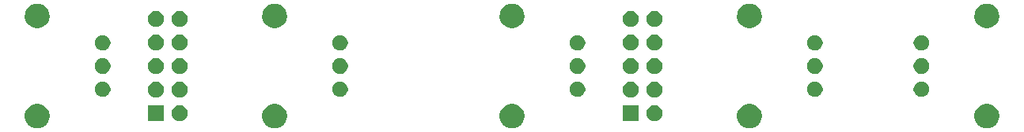
<source format=gbr>
G04 #@! TF.GenerationSoftware,KiCad,Pcbnew,(5.0.2)-1*
G04 #@! TF.CreationDate,2019-01-01T19:20:52-08:00*
G04 #@! TF.ProjectId,500-1140,3530302d-3131-4343-902e-6b696361645f,rev?*
G04 #@! TF.SameCoordinates,Original*
G04 #@! TF.FileFunction,Soldermask,Bot*
G04 #@! TF.FilePolarity,Negative*
%FSLAX46Y46*%
G04 Gerber Fmt 4.6, Leading zero omitted, Abs format (unit mm)*
G04 Created by KiCad (PCBNEW (5.0.2)-1) date 1/1/2019 7:20:52 PM*
%MOMM*%
%LPD*%
G01*
G04 APERTURE LIST*
%ADD10C,0.100000*%
G04 APERTURE END LIST*
D10*
G36*
X117140250Y-70152843D02*
X117225322Y-70169765D01*
X117295735Y-70198931D01*
X117465728Y-70269344D01*
X117682092Y-70413914D01*
X117866086Y-70597908D01*
X118010656Y-70814272D01*
X118081069Y-70984265D01*
X118103089Y-71037425D01*
X118110235Y-71054679D01*
X118161000Y-71309891D01*
X118161000Y-71570109D01*
X118110235Y-71825321D01*
X118010656Y-72065728D01*
X117866086Y-72282092D01*
X117682092Y-72466086D01*
X117465728Y-72610656D01*
X117295735Y-72681069D01*
X117225322Y-72710235D01*
X117140250Y-72727157D01*
X116970109Y-72761000D01*
X116709891Y-72761000D01*
X116539750Y-72727157D01*
X116454678Y-72710235D01*
X116384265Y-72681069D01*
X116214272Y-72610656D01*
X115997908Y-72466086D01*
X115813914Y-72282092D01*
X115669344Y-72065728D01*
X115569765Y-71825321D01*
X115519000Y-71570109D01*
X115519000Y-71309891D01*
X115569765Y-71054679D01*
X115576912Y-71037425D01*
X115598931Y-70984265D01*
X115669344Y-70814272D01*
X115813914Y-70597908D01*
X115997908Y-70413914D01*
X116214272Y-70269344D01*
X116384265Y-70198931D01*
X116454678Y-70169765D01*
X116539750Y-70152843D01*
X116709891Y-70119000D01*
X116970109Y-70119000D01*
X117140250Y-70152843D01*
X117140250Y-70152843D01*
G37*
G36*
X142540250Y-70152843D02*
X142625322Y-70169765D01*
X142695735Y-70198931D01*
X142865728Y-70269344D01*
X143082092Y-70413914D01*
X143266086Y-70597908D01*
X143410656Y-70814272D01*
X143481069Y-70984265D01*
X143503089Y-71037425D01*
X143510235Y-71054679D01*
X143561000Y-71309891D01*
X143561000Y-71570109D01*
X143510235Y-71825321D01*
X143410656Y-72065728D01*
X143266086Y-72282092D01*
X143082092Y-72466086D01*
X142865728Y-72610656D01*
X142695735Y-72681069D01*
X142625322Y-72710235D01*
X142540250Y-72727157D01*
X142370109Y-72761000D01*
X142109891Y-72761000D01*
X141939750Y-72727157D01*
X141854678Y-72710235D01*
X141784265Y-72681069D01*
X141614272Y-72610656D01*
X141397908Y-72466086D01*
X141213914Y-72282092D01*
X141069344Y-72065728D01*
X140969765Y-71825321D01*
X140919000Y-71570109D01*
X140919000Y-71309891D01*
X140969765Y-71054679D01*
X140976912Y-71037425D01*
X140998931Y-70984265D01*
X141069344Y-70814272D01*
X141213914Y-70597908D01*
X141397908Y-70413914D01*
X141614272Y-70269344D01*
X141784265Y-70198931D01*
X141854678Y-70169765D01*
X141939750Y-70152843D01*
X142109891Y-70119000D01*
X142370109Y-70119000D01*
X142540250Y-70152843D01*
X142540250Y-70152843D01*
G37*
G36*
X167940250Y-70152843D02*
X168025322Y-70169765D01*
X168095735Y-70198931D01*
X168265728Y-70269344D01*
X168482092Y-70413914D01*
X168666086Y-70597908D01*
X168810656Y-70814272D01*
X168881069Y-70984265D01*
X168903089Y-71037425D01*
X168910235Y-71054679D01*
X168961000Y-71309891D01*
X168961000Y-71570109D01*
X168910235Y-71825321D01*
X168810656Y-72065728D01*
X168666086Y-72282092D01*
X168482092Y-72466086D01*
X168265728Y-72610656D01*
X168095735Y-72681069D01*
X168025322Y-72710235D01*
X167940250Y-72727157D01*
X167770109Y-72761000D01*
X167509891Y-72761000D01*
X167339750Y-72727157D01*
X167254678Y-72710235D01*
X167184265Y-72681069D01*
X167014272Y-72610656D01*
X166797908Y-72466086D01*
X166613914Y-72282092D01*
X166469344Y-72065728D01*
X166369765Y-71825321D01*
X166319000Y-71570109D01*
X166319000Y-71309891D01*
X166369765Y-71054679D01*
X166376912Y-71037425D01*
X166398931Y-70984265D01*
X166469344Y-70814272D01*
X166613914Y-70597908D01*
X166797908Y-70413914D01*
X167014272Y-70269344D01*
X167184265Y-70198931D01*
X167254678Y-70169765D01*
X167339750Y-70152843D01*
X167509891Y-70119000D01*
X167770109Y-70119000D01*
X167940250Y-70152843D01*
X167940250Y-70152843D01*
G37*
G36*
X91740250Y-70152843D02*
X91825322Y-70169765D01*
X91895735Y-70198931D01*
X92065728Y-70269344D01*
X92282092Y-70413914D01*
X92466086Y-70597908D01*
X92610656Y-70814272D01*
X92681069Y-70984265D01*
X92703089Y-71037425D01*
X92710235Y-71054679D01*
X92761000Y-71309891D01*
X92761000Y-71570109D01*
X92710235Y-71825321D01*
X92610656Y-72065728D01*
X92466086Y-72282092D01*
X92282092Y-72466086D01*
X92065728Y-72610656D01*
X91895735Y-72681069D01*
X91825322Y-72710235D01*
X91740250Y-72727157D01*
X91570109Y-72761000D01*
X91309891Y-72761000D01*
X91139750Y-72727157D01*
X91054678Y-72710235D01*
X90984265Y-72681069D01*
X90814272Y-72610656D01*
X90597908Y-72466086D01*
X90413914Y-72282092D01*
X90269344Y-72065728D01*
X90169765Y-71825321D01*
X90119000Y-71570109D01*
X90119000Y-71309891D01*
X90169765Y-71054679D01*
X90176912Y-71037425D01*
X90198931Y-70984265D01*
X90269344Y-70814272D01*
X90413914Y-70597908D01*
X90597908Y-70413914D01*
X90814272Y-70269344D01*
X90984265Y-70198931D01*
X91054678Y-70169765D01*
X91139750Y-70152843D01*
X91309891Y-70119000D01*
X91570109Y-70119000D01*
X91740250Y-70152843D01*
X91740250Y-70152843D01*
G37*
G36*
X66340250Y-70152843D02*
X66425322Y-70169765D01*
X66495735Y-70198931D01*
X66665728Y-70269344D01*
X66882092Y-70413914D01*
X67066086Y-70597908D01*
X67210656Y-70814272D01*
X67281069Y-70984265D01*
X67303089Y-71037425D01*
X67310235Y-71054679D01*
X67361000Y-71309891D01*
X67361000Y-71570109D01*
X67310235Y-71825321D01*
X67210656Y-72065728D01*
X67066086Y-72282092D01*
X66882092Y-72466086D01*
X66665728Y-72610656D01*
X66495735Y-72681069D01*
X66425322Y-72710235D01*
X66340250Y-72727157D01*
X66170109Y-72761000D01*
X65909891Y-72761000D01*
X65739750Y-72727157D01*
X65654678Y-72710235D01*
X65584265Y-72681069D01*
X65414272Y-72610656D01*
X65197908Y-72466086D01*
X65013914Y-72282092D01*
X64869344Y-72065728D01*
X64769765Y-71825321D01*
X64719000Y-71570109D01*
X64719000Y-71309891D01*
X64769765Y-71054679D01*
X64776912Y-71037425D01*
X64798931Y-70984265D01*
X64869344Y-70814272D01*
X65013914Y-70597908D01*
X65197908Y-70413914D01*
X65414272Y-70269344D01*
X65584265Y-70198931D01*
X65654678Y-70169765D01*
X65739750Y-70152843D01*
X65909891Y-70119000D01*
X66170109Y-70119000D01*
X66340250Y-70152843D01*
X66340250Y-70152843D01*
G37*
G36*
X79578400Y-71958400D02*
X77901600Y-71958400D01*
X77901600Y-70281600D01*
X79578400Y-70281600D01*
X79578400Y-71958400D01*
X79578400Y-71958400D01*
G37*
G36*
X132270560Y-70303079D02*
X132324552Y-70313819D01*
X132477131Y-70377019D01*
X132614449Y-70468772D01*
X132731228Y-70585551D01*
X132822981Y-70722869D01*
X132886181Y-70875448D01*
X132918400Y-71037425D01*
X132918400Y-71202575D01*
X132886181Y-71364552D01*
X132822981Y-71517131D01*
X132731228Y-71654449D01*
X132614449Y-71771228D01*
X132477131Y-71862981D01*
X132324552Y-71926181D01*
X132270560Y-71936921D01*
X132162577Y-71958400D01*
X131997423Y-71958400D01*
X131889440Y-71936921D01*
X131835448Y-71926181D01*
X131682869Y-71862981D01*
X131545551Y-71771228D01*
X131428772Y-71654449D01*
X131337019Y-71517131D01*
X131273819Y-71364552D01*
X131241600Y-71202575D01*
X131241600Y-71037425D01*
X131273819Y-70875448D01*
X131337019Y-70722869D01*
X131428772Y-70585551D01*
X131545551Y-70468772D01*
X131682869Y-70377019D01*
X131835448Y-70313819D01*
X131889440Y-70303079D01*
X131997423Y-70281600D01*
X132162577Y-70281600D01*
X132270560Y-70303079D01*
X132270560Y-70303079D01*
G37*
G36*
X130378400Y-71958400D02*
X128701600Y-71958400D01*
X128701600Y-70281600D01*
X130378400Y-70281600D01*
X130378400Y-71958400D01*
X130378400Y-71958400D01*
G37*
G36*
X81470560Y-70303079D02*
X81524552Y-70313819D01*
X81677131Y-70377019D01*
X81814449Y-70468772D01*
X81931228Y-70585551D01*
X82022981Y-70722869D01*
X82086181Y-70875448D01*
X82118400Y-71037425D01*
X82118400Y-71202575D01*
X82086181Y-71364552D01*
X82022981Y-71517131D01*
X81931228Y-71654449D01*
X81814449Y-71771228D01*
X81677131Y-71862981D01*
X81524552Y-71926181D01*
X81470560Y-71936921D01*
X81362577Y-71958400D01*
X81197423Y-71958400D01*
X81089440Y-71936921D01*
X81035448Y-71926181D01*
X80882869Y-71862981D01*
X80745551Y-71771228D01*
X80628772Y-71654449D01*
X80537019Y-71517131D01*
X80473819Y-71364552D01*
X80441600Y-71202575D01*
X80441600Y-71037425D01*
X80473819Y-70875448D01*
X80537019Y-70722869D01*
X80628772Y-70585551D01*
X80745551Y-70468772D01*
X80882869Y-70377019D01*
X81035448Y-70313819D01*
X81089440Y-70303079D01*
X81197423Y-70281600D01*
X81362577Y-70281600D01*
X81470560Y-70303079D01*
X81470560Y-70303079D01*
G37*
G36*
X78930560Y-67763079D02*
X78984552Y-67773819D01*
X79137131Y-67837019D01*
X79274449Y-67928772D01*
X79391228Y-68045551D01*
X79482981Y-68182869D01*
X79546181Y-68335448D01*
X79578400Y-68497425D01*
X79578400Y-68662575D01*
X79546181Y-68824552D01*
X79482981Y-68977131D01*
X79391228Y-69114449D01*
X79274449Y-69231228D01*
X79137131Y-69322981D01*
X78984552Y-69386181D01*
X78930560Y-69396921D01*
X78822577Y-69418400D01*
X78657423Y-69418400D01*
X78549440Y-69396921D01*
X78495448Y-69386181D01*
X78342869Y-69322981D01*
X78205551Y-69231228D01*
X78088772Y-69114449D01*
X77997019Y-68977131D01*
X77933819Y-68824552D01*
X77901600Y-68662575D01*
X77901600Y-68497425D01*
X77933819Y-68335448D01*
X77997019Y-68182869D01*
X78088772Y-68045551D01*
X78205551Y-67928772D01*
X78342869Y-67837019D01*
X78495448Y-67773819D01*
X78549440Y-67763079D01*
X78657423Y-67741600D01*
X78822577Y-67741600D01*
X78930560Y-67763079D01*
X78930560Y-67763079D01*
G37*
G36*
X132270560Y-67763079D02*
X132324552Y-67773819D01*
X132477131Y-67837019D01*
X132614449Y-67928772D01*
X132731228Y-68045551D01*
X132822981Y-68182869D01*
X132886181Y-68335448D01*
X132918400Y-68497425D01*
X132918400Y-68662575D01*
X132886181Y-68824552D01*
X132822981Y-68977131D01*
X132731228Y-69114449D01*
X132614449Y-69231228D01*
X132477131Y-69322981D01*
X132324552Y-69386181D01*
X132270560Y-69396921D01*
X132162577Y-69418400D01*
X131997423Y-69418400D01*
X131889440Y-69396921D01*
X131835448Y-69386181D01*
X131682869Y-69322981D01*
X131545551Y-69231228D01*
X131428772Y-69114449D01*
X131337019Y-68977131D01*
X131273819Y-68824552D01*
X131241600Y-68662575D01*
X131241600Y-68497425D01*
X131273819Y-68335448D01*
X131337019Y-68182869D01*
X131428772Y-68045551D01*
X131545551Y-67928772D01*
X131682869Y-67837019D01*
X131835448Y-67773819D01*
X131889440Y-67763079D01*
X131997423Y-67741600D01*
X132162577Y-67741600D01*
X132270560Y-67763079D01*
X132270560Y-67763079D01*
G37*
G36*
X129730560Y-67763079D02*
X129784552Y-67773819D01*
X129937131Y-67837019D01*
X130074449Y-67928772D01*
X130191228Y-68045551D01*
X130282981Y-68182869D01*
X130346181Y-68335448D01*
X130378400Y-68497425D01*
X130378400Y-68662575D01*
X130346181Y-68824552D01*
X130282981Y-68977131D01*
X130191228Y-69114449D01*
X130074449Y-69231228D01*
X129937131Y-69322981D01*
X129784552Y-69386181D01*
X129730560Y-69396921D01*
X129622577Y-69418400D01*
X129457423Y-69418400D01*
X129349440Y-69396921D01*
X129295448Y-69386181D01*
X129142869Y-69322981D01*
X129005551Y-69231228D01*
X128888772Y-69114449D01*
X128797019Y-68977131D01*
X128733819Y-68824552D01*
X128701600Y-68662575D01*
X128701600Y-68497425D01*
X128733819Y-68335448D01*
X128797019Y-68182869D01*
X128888772Y-68045551D01*
X129005551Y-67928772D01*
X129142869Y-67837019D01*
X129295448Y-67773819D01*
X129349440Y-67763079D01*
X129457423Y-67741600D01*
X129622577Y-67741600D01*
X129730560Y-67763079D01*
X129730560Y-67763079D01*
G37*
G36*
X81470560Y-67763079D02*
X81524552Y-67773819D01*
X81677131Y-67837019D01*
X81814449Y-67928772D01*
X81931228Y-68045551D01*
X82022981Y-68182869D01*
X82086181Y-68335448D01*
X82118400Y-68497425D01*
X82118400Y-68662575D01*
X82086181Y-68824552D01*
X82022981Y-68977131D01*
X81931228Y-69114449D01*
X81814449Y-69231228D01*
X81677131Y-69322981D01*
X81524552Y-69386181D01*
X81470560Y-69396921D01*
X81362577Y-69418400D01*
X81197423Y-69418400D01*
X81089440Y-69396921D01*
X81035448Y-69386181D01*
X80882869Y-69322981D01*
X80745551Y-69231228D01*
X80628772Y-69114449D01*
X80537019Y-68977131D01*
X80473819Y-68824552D01*
X80441600Y-68662575D01*
X80441600Y-68497425D01*
X80473819Y-68335448D01*
X80537019Y-68182869D01*
X80628772Y-68045551D01*
X80745551Y-67928772D01*
X80882869Y-67837019D01*
X81035448Y-67773819D01*
X81089440Y-67763079D01*
X81197423Y-67741600D01*
X81362577Y-67741600D01*
X81470560Y-67763079D01*
X81470560Y-67763079D01*
G37*
G36*
X149430560Y-67723079D02*
X149484552Y-67733819D01*
X149637131Y-67797019D01*
X149774449Y-67888772D01*
X149891228Y-68005551D01*
X149982981Y-68142869D01*
X150046181Y-68295448D01*
X150078400Y-68457425D01*
X150078400Y-68622575D01*
X150046181Y-68784552D01*
X149982981Y-68937131D01*
X149891228Y-69074449D01*
X149774449Y-69191228D01*
X149637131Y-69282981D01*
X149484552Y-69346181D01*
X149430560Y-69356921D01*
X149322577Y-69378400D01*
X149157423Y-69378400D01*
X149049440Y-69356921D01*
X148995448Y-69346181D01*
X148842869Y-69282981D01*
X148705551Y-69191228D01*
X148588772Y-69074449D01*
X148497019Y-68937131D01*
X148433819Y-68784552D01*
X148401600Y-68622575D01*
X148401600Y-68457425D01*
X148433819Y-68295448D01*
X148497019Y-68142869D01*
X148588772Y-68005551D01*
X148705551Y-67888772D01*
X148842869Y-67797019D01*
X148995448Y-67733819D01*
X149049440Y-67723079D01*
X149157423Y-67701600D01*
X149322577Y-67701600D01*
X149430560Y-67723079D01*
X149430560Y-67723079D01*
G37*
G36*
X98630560Y-67723079D02*
X98684552Y-67733819D01*
X98837131Y-67797019D01*
X98974449Y-67888772D01*
X99091228Y-68005551D01*
X99182981Y-68142869D01*
X99246181Y-68295448D01*
X99278400Y-68457425D01*
X99278400Y-68622575D01*
X99246181Y-68784552D01*
X99182981Y-68937131D01*
X99091228Y-69074449D01*
X98974449Y-69191228D01*
X98837131Y-69282981D01*
X98684552Y-69346181D01*
X98630560Y-69356921D01*
X98522577Y-69378400D01*
X98357423Y-69378400D01*
X98249440Y-69356921D01*
X98195448Y-69346181D01*
X98042869Y-69282981D01*
X97905551Y-69191228D01*
X97788772Y-69074449D01*
X97697019Y-68937131D01*
X97633819Y-68784552D01*
X97601600Y-68622575D01*
X97601600Y-68457425D01*
X97633819Y-68295448D01*
X97697019Y-68142869D01*
X97788772Y-68005551D01*
X97905551Y-67888772D01*
X98042869Y-67797019D01*
X98195448Y-67733819D01*
X98249440Y-67723079D01*
X98357423Y-67701600D01*
X98522577Y-67701600D01*
X98630560Y-67723079D01*
X98630560Y-67723079D01*
G37*
G36*
X160830560Y-67723079D02*
X160884552Y-67733819D01*
X161037131Y-67797019D01*
X161174449Y-67888772D01*
X161291228Y-68005551D01*
X161382981Y-68142869D01*
X161446181Y-68295448D01*
X161478400Y-68457425D01*
X161478400Y-68622575D01*
X161446181Y-68784552D01*
X161382981Y-68937131D01*
X161291228Y-69074449D01*
X161174449Y-69191228D01*
X161037131Y-69282981D01*
X160884552Y-69346181D01*
X160830560Y-69356921D01*
X160722577Y-69378400D01*
X160557423Y-69378400D01*
X160449440Y-69356921D01*
X160395448Y-69346181D01*
X160242869Y-69282981D01*
X160105551Y-69191228D01*
X159988772Y-69074449D01*
X159897019Y-68937131D01*
X159833819Y-68784552D01*
X159801600Y-68622575D01*
X159801600Y-68457425D01*
X159833819Y-68295448D01*
X159897019Y-68142869D01*
X159988772Y-68005551D01*
X160105551Y-67888772D01*
X160242869Y-67797019D01*
X160395448Y-67733819D01*
X160449440Y-67723079D01*
X160557423Y-67701600D01*
X160722577Y-67701600D01*
X160830560Y-67723079D01*
X160830560Y-67723079D01*
G37*
G36*
X73230560Y-67723079D02*
X73284552Y-67733819D01*
X73437131Y-67797019D01*
X73574449Y-67888772D01*
X73691228Y-68005551D01*
X73782981Y-68142869D01*
X73846181Y-68295448D01*
X73878400Y-68457425D01*
X73878400Y-68622575D01*
X73846181Y-68784552D01*
X73782981Y-68937131D01*
X73691228Y-69074449D01*
X73574449Y-69191228D01*
X73437131Y-69282981D01*
X73284552Y-69346181D01*
X73230560Y-69356921D01*
X73122577Y-69378400D01*
X72957423Y-69378400D01*
X72849440Y-69356921D01*
X72795448Y-69346181D01*
X72642869Y-69282981D01*
X72505551Y-69191228D01*
X72388772Y-69074449D01*
X72297019Y-68937131D01*
X72233819Y-68784552D01*
X72201600Y-68622575D01*
X72201600Y-68457425D01*
X72233819Y-68295448D01*
X72297019Y-68142869D01*
X72388772Y-68005551D01*
X72505551Y-67888772D01*
X72642869Y-67797019D01*
X72795448Y-67733819D01*
X72849440Y-67723079D01*
X72957423Y-67701600D01*
X73122577Y-67701600D01*
X73230560Y-67723079D01*
X73230560Y-67723079D01*
G37*
G36*
X124030560Y-67723079D02*
X124084552Y-67733819D01*
X124237131Y-67797019D01*
X124374449Y-67888772D01*
X124491228Y-68005551D01*
X124582981Y-68142869D01*
X124646181Y-68295448D01*
X124678400Y-68457425D01*
X124678400Y-68622575D01*
X124646181Y-68784552D01*
X124582981Y-68937131D01*
X124491228Y-69074449D01*
X124374449Y-69191228D01*
X124237131Y-69282981D01*
X124084552Y-69346181D01*
X124030560Y-69356921D01*
X123922577Y-69378400D01*
X123757423Y-69378400D01*
X123649440Y-69356921D01*
X123595448Y-69346181D01*
X123442869Y-69282981D01*
X123305551Y-69191228D01*
X123188772Y-69074449D01*
X123097019Y-68937131D01*
X123033819Y-68784552D01*
X123001600Y-68622575D01*
X123001600Y-68457425D01*
X123033819Y-68295448D01*
X123097019Y-68142869D01*
X123188772Y-68005551D01*
X123305551Y-67888772D01*
X123442869Y-67797019D01*
X123595448Y-67733819D01*
X123649440Y-67723079D01*
X123757423Y-67701600D01*
X123922577Y-67701600D01*
X124030560Y-67723079D01*
X124030560Y-67723079D01*
G37*
G36*
X78930560Y-65223079D02*
X78984552Y-65233819D01*
X79137131Y-65297019D01*
X79274449Y-65388772D01*
X79391228Y-65505551D01*
X79482981Y-65642869D01*
X79546181Y-65795448D01*
X79578400Y-65957425D01*
X79578400Y-66122575D01*
X79546181Y-66284552D01*
X79482981Y-66437131D01*
X79391228Y-66574449D01*
X79274449Y-66691228D01*
X79137131Y-66782981D01*
X78984552Y-66846181D01*
X78930560Y-66856921D01*
X78822577Y-66878400D01*
X78657423Y-66878400D01*
X78549440Y-66856921D01*
X78495448Y-66846181D01*
X78342869Y-66782981D01*
X78205551Y-66691228D01*
X78088772Y-66574449D01*
X77997019Y-66437131D01*
X77933819Y-66284552D01*
X77901600Y-66122575D01*
X77901600Y-65957425D01*
X77933819Y-65795448D01*
X77997019Y-65642869D01*
X78088772Y-65505551D01*
X78205551Y-65388772D01*
X78342869Y-65297019D01*
X78495448Y-65233819D01*
X78549440Y-65223079D01*
X78657423Y-65201600D01*
X78822577Y-65201600D01*
X78930560Y-65223079D01*
X78930560Y-65223079D01*
G37*
G36*
X129730560Y-65223079D02*
X129784552Y-65233819D01*
X129937131Y-65297019D01*
X130074449Y-65388772D01*
X130191228Y-65505551D01*
X130282981Y-65642869D01*
X130346181Y-65795448D01*
X130378400Y-65957425D01*
X130378400Y-66122575D01*
X130346181Y-66284552D01*
X130282981Y-66437131D01*
X130191228Y-66574449D01*
X130074449Y-66691228D01*
X129937131Y-66782981D01*
X129784552Y-66846181D01*
X129730560Y-66856921D01*
X129622577Y-66878400D01*
X129457423Y-66878400D01*
X129349440Y-66856921D01*
X129295448Y-66846181D01*
X129142869Y-66782981D01*
X129005551Y-66691228D01*
X128888772Y-66574449D01*
X128797019Y-66437131D01*
X128733819Y-66284552D01*
X128701600Y-66122575D01*
X128701600Y-65957425D01*
X128733819Y-65795448D01*
X128797019Y-65642869D01*
X128888772Y-65505551D01*
X129005551Y-65388772D01*
X129142869Y-65297019D01*
X129295448Y-65233819D01*
X129349440Y-65223079D01*
X129457423Y-65201600D01*
X129622577Y-65201600D01*
X129730560Y-65223079D01*
X129730560Y-65223079D01*
G37*
G36*
X132270560Y-65223079D02*
X132324552Y-65233819D01*
X132477131Y-65297019D01*
X132614449Y-65388772D01*
X132731228Y-65505551D01*
X132822981Y-65642869D01*
X132886181Y-65795448D01*
X132918400Y-65957425D01*
X132918400Y-66122575D01*
X132886181Y-66284552D01*
X132822981Y-66437131D01*
X132731228Y-66574449D01*
X132614449Y-66691228D01*
X132477131Y-66782981D01*
X132324552Y-66846181D01*
X132270560Y-66856921D01*
X132162577Y-66878400D01*
X131997423Y-66878400D01*
X131889440Y-66856921D01*
X131835448Y-66846181D01*
X131682869Y-66782981D01*
X131545551Y-66691228D01*
X131428772Y-66574449D01*
X131337019Y-66437131D01*
X131273819Y-66284552D01*
X131241600Y-66122575D01*
X131241600Y-65957425D01*
X131273819Y-65795448D01*
X131337019Y-65642869D01*
X131428772Y-65505551D01*
X131545551Y-65388772D01*
X131682869Y-65297019D01*
X131835448Y-65233819D01*
X131889440Y-65223079D01*
X131997423Y-65201600D01*
X132162577Y-65201600D01*
X132270560Y-65223079D01*
X132270560Y-65223079D01*
G37*
G36*
X73230560Y-65223079D02*
X73284552Y-65233819D01*
X73437131Y-65297019D01*
X73574449Y-65388772D01*
X73691228Y-65505551D01*
X73782981Y-65642869D01*
X73846181Y-65795448D01*
X73878400Y-65957425D01*
X73878400Y-66122575D01*
X73846181Y-66284552D01*
X73782981Y-66437131D01*
X73691228Y-66574449D01*
X73574449Y-66691228D01*
X73437131Y-66782981D01*
X73284552Y-66846181D01*
X73230560Y-66856921D01*
X73122577Y-66878400D01*
X72957423Y-66878400D01*
X72849440Y-66856921D01*
X72795448Y-66846181D01*
X72642869Y-66782981D01*
X72505551Y-66691228D01*
X72388772Y-66574449D01*
X72297019Y-66437131D01*
X72233819Y-66284552D01*
X72201600Y-66122575D01*
X72201600Y-65957425D01*
X72233819Y-65795448D01*
X72297019Y-65642869D01*
X72388772Y-65505551D01*
X72505551Y-65388772D01*
X72642869Y-65297019D01*
X72795448Y-65233819D01*
X72849440Y-65223079D01*
X72957423Y-65201600D01*
X73122577Y-65201600D01*
X73230560Y-65223079D01*
X73230560Y-65223079D01*
G37*
G36*
X149430560Y-65223079D02*
X149484552Y-65233819D01*
X149637131Y-65297019D01*
X149774449Y-65388772D01*
X149891228Y-65505551D01*
X149982981Y-65642869D01*
X150046181Y-65795448D01*
X150078400Y-65957425D01*
X150078400Y-66122575D01*
X150046181Y-66284552D01*
X149982981Y-66437131D01*
X149891228Y-66574449D01*
X149774449Y-66691228D01*
X149637131Y-66782981D01*
X149484552Y-66846181D01*
X149430560Y-66856921D01*
X149322577Y-66878400D01*
X149157423Y-66878400D01*
X149049440Y-66856921D01*
X148995448Y-66846181D01*
X148842869Y-66782981D01*
X148705551Y-66691228D01*
X148588772Y-66574449D01*
X148497019Y-66437131D01*
X148433819Y-66284552D01*
X148401600Y-66122575D01*
X148401600Y-65957425D01*
X148433819Y-65795448D01*
X148497019Y-65642869D01*
X148588772Y-65505551D01*
X148705551Y-65388772D01*
X148842869Y-65297019D01*
X148995448Y-65233819D01*
X149049440Y-65223079D01*
X149157423Y-65201600D01*
X149322577Y-65201600D01*
X149430560Y-65223079D01*
X149430560Y-65223079D01*
G37*
G36*
X98630560Y-65223079D02*
X98684552Y-65233819D01*
X98837131Y-65297019D01*
X98974449Y-65388772D01*
X99091228Y-65505551D01*
X99182981Y-65642869D01*
X99246181Y-65795448D01*
X99278400Y-65957425D01*
X99278400Y-66122575D01*
X99246181Y-66284552D01*
X99182981Y-66437131D01*
X99091228Y-66574449D01*
X98974449Y-66691228D01*
X98837131Y-66782981D01*
X98684552Y-66846181D01*
X98630560Y-66856921D01*
X98522577Y-66878400D01*
X98357423Y-66878400D01*
X98249440Y-66856921D01*
X98195448Y-66846181D01*
X98042869Y-66782981D01*
X97905551Y-66691228D01*
X97788772Y-66574449D01*
X97697019Y-66437131D01*
X97633819Y-66284552D01*
X97601600Y-66122575D01*
X97601600Y-65957425D01*
X97633819Y-65795448D01*
X97697019Y-65642869D01*
X97788772Y-65505551D01*
X97905551Y-65388772D01*
X98042869Y-65297019D01*
X98195448Y-65233819D01*
X98249440Y-65223079D01*
X98357423Y-65201600D01*
X98522577Y-65201600D01*
X98630560Y-65223079D01*
X98630560Y-65223079D01*
G37*
G36*
X124030560Y-65223079D02*
X124084552Y-65233819D01*
X124237131Y-65297019D01*
X124374449Y-65388772D01*
X124491228Y-65505551D01*
X124582981Y-65642869D01*
X124646181Y-65795448D01*
X124678400Y-65957425D01*
X124678400Y-66122575D01*
X124646181Y-66284552D01*
X124582981Y-66437131D01*
X124491228Y-66574449D01*
X124374449Y-66691228D01*
X124237131Y-66782981D01*
X124084552Y-66846181D01*
X124030560Y-66856921D01*
X123922577Y-66878400D01*
X123757423Y-66878400D01*
X123649440Y-66856921D01*
X123595448Y-66846181D01*
X123442869Y-66782981D01*
X123305551Y-66691228D01*
X123188772Y-66574449D01*
X123097019Y-66437131D01*
X123033819Y-66284552D01*
X123001600Y-66122575D01*
X123001600Y-65957425D01*
X123033819Y-65795448D01*
X123097019Y-65642869D01*
X123188772Y-65505551D01*
X123305551Y-65388772D01*
X123442869Y-65297019D01*
X123595448Y-65233819D01*
X123649440Y-65223079D01*
X123757423Y-65201600D01*
X123922577Y-65201600D01*
X124030560Y-65223079D01*
X124030560Y-65223079D01*
G37*
G36*
X81470560Y-65223079D02*
X81524552Y-65233819D01*
X81677131Y-65297019D01*
X81814449Y-65388772D01*
X81931228Y-65505551D01*
X82022981Y-65642869D01*
X82086181Y-65795448D01*
X82118400Y-65957425D01*
X82118400Y-66122575D01*
X82086181Y-66284552D01*
X82022981Y-66437131D01*
X81931228Y-66574449D01*
X81814449Y-66691228D01*
X81677131Y-66782981D01*
X81524552Y-66846181D01*
X81470560Y-66856921D01*
X81362577Y-66878400D01*
X81197423Y-66878400D01*
X81089440Y-66856921D01*
X81035448Y-66846181D01*
X80882869Y-66782981D01*
X80745551Y-66691228D01*
X80628772Y-66574449D01*
X80537019Y-66437131D01*
X80473819Y-66284552D01*
X80441600Y-66122575D01*
X80441600Y-65957425D01*
X80473819Y-65795448D01*
X80537019Y-65642869D01*
X80628772Y-65505551D01*
X80745551Y-65388772D01*
X80882869Y-65297019D01*
X81035448Y-65233819D01*
X81089440Y-65223079D01*
X81197423Y-65201600D01*
X81362577Y-65201600D01*
X81470560Y-65223079D01*
X81470560Y-65223079D01*
G37*
G36*
X160830560Y-65223079D02*
X160884552Y-65233819D01*
X161037131Y-65297019D01*
X161174449Y-65388772D01*
X161291228Y-65505551D01*
X161382981Y-65642869D01*
X161446181Y-65795448D01*
X161478400Y-65957425D01*
X161478400Y-66122575D01*
X161446181Y-66284552D01*
X161382981Y-66437131D01*
X161291228Y-66574449D01*
X161174449Y-66691228D01*
X161037131Y-66782981D01*
X160884552Y-66846181D01*
X160830560Y-66856921D01*
X160722577Y-66878400D01*
X160557423Y-66878400D01*
X160449440Y-66856921D01*
X160395448Y-66846181D01*
X160242869Y-66782981D01*
X160105551Y-66691228D01*
X159988772Y-66574449D01*
X159897019Y-66437131D01*
X159833819Y-66284552D01*
X159801600Y-66122575D01*
X159801600Y-65957425D01*
X159833819Y-65795448D01*
X159897019Y-65642869D01*
X159988772Y-65505551D01*
X160105551Y-65388772D01*
X160242869Y-65297019D01*
X160395448Y-65233819D01*
X160449440Y-65223079D01*
X160557423Y-65201600D01*
X160722577Y-65201600D01*
X160830560Y-65223079D01*
X160830560Y-65223079D01*
G37*
G36*
X160830560Y-62723079D02*
X160884552Y-62733819D01*
X161037131Y-62797019D01*
X161174449Y-62888772D01*
X161291228Y-63005551D01*
X161382981Y-63142869D01*
X161446181Y-63295448D01*
X161478400Y-63457425D01*
X161478400Y-63622575D01*
X161446181Y-63784552D01*
X161382981Y-63937131D01*
X161291228Y-64074449D01*
X161174449Y-64191228D01*
X161037131Y-64282981D01*
X160884552Y-64346181D01*
X160830560Y-64356921D01*
X160722577Y-64378400D01*
X160557423Y-64378400D01*
X160449440Y-64356921D01*
X160395448Y-64346181D01*
X160242869Y-64282981D01*
X160105551Y-64191228D01*
X159988772Y-64074449D01*
X159897019Y-63937131D01*
X159833819Y-63784552D01*
X159801600Y-63622575D01*
X159801600Y-63457425D01*
X159833819Y-63295448D01*
X159897019Y-63142869D01*
X159988772Y-63005551D01*
X160105551Y-62888772D01*
X160242869Y-62797019D01*
X160395448Y-62733819D01*
X160449440Y-62723079D01*
X160557423Y-62701600D01*
X160722577Y-62701600D01*
X160830560Y-62723079D01*
X160830560Y-62723079D01*
G37*
G36*
X149430560Y-62723079D02*
X149484552Y-62733819D01*
X149637131Y-62797019D01*
X149774449Y-62888772D01*
X149891228Y-63005551D01*
X149982981Y-63142869D01*
X150046181Y-63295448D01*
X150078400Y-63457425D01*
X150078400Y-63622575D01*
X150046181Y-63784552D01*
X149982981Y-63937131D01*
X149891228Y-64074449D01*
X149774449Y-64191228D01*
X149637131Y-64282981D01*
X149484552Y-64346181D01*
X149430560Y-64356921D01*
X149322577Y-64378400D01*
X149157423Y-64378400D01*
X149049440Y-64356921D01*
X148995448Y-64346181D01*
X148842869Y-64282981D01*
X148705551Y-64191228D01*
X148588772Y-64074449D01*
X148497019Y-63937131D01*
X148433819Y-63784552D01*
X148401600Y-63622575D01*
X148401600Y-63457425D01*
X148433819Y-63295448D01*
X148497019Y-63142869D01*
X148588772Y-63005551D01*
X148705551Y-62888772D01*
X148842869Y-62797019D01*
X148995448Y-62733819D01*
X149049440Y-62723079D01*
X149157423Y-62701600D01*
X149322577Y-62701600D01*
X149430560Y-62723079D01*
X149430560Y-62723079D01*
G37*
G36*
X73230560Y-62723079D02*
X73284552Y-62733819D01*
X73437131Y-62797019D01*
X73574449Y-62888772D01*
X73691228Y-63005551D01*
X73782981Y-63142869D01*
X73846181Y-63295448D01*
X73878400Y-63457425D01*
X73878400Y-63622575D01*
X73846181Y-63784552D01*
X73782981Y-63937131D01*
X73691228Y-64074449D01*
X73574449Y-64191228D01*
X73437131Y-64282981D01*
X73284552Y-64346181D01*
X73230560Y-64356921D01*
X73122577Y-64378400D01*
X72957423Y-64378400D01*
X72849440Y-64356921D01*
X72795448Y-64346181D01*
X72642869Y-64282981D01*
X72505551Y-64191228D01*
X72388772Y-64074449D01*
X72297019Y-63937131D01*
X72233819Y-63784552D01*
X72201600Y-63622575D01*
X72201600Y-63457425D01*
X72233819Y-63295448D01*
X72297019Y-63142869D01*
X72388772Y-63005551D01*
X72505551Y-62888772D01*
X72642869Y-62797019D01*
X72795448Y-62733819D01*
X72849440Y-62723079D01*
X72957423Y-62701600D01*
X73122577Y-62701600D01*
X73230560Y-62723079D01*
X73230560Y-62723079D01*
G37*
G36*
X124030560Y-62723079D02*
X124084552Y-62733819D01*
X124237131Y-62797019D01*
X124374449Y-62888772D01*
X124491228Y-63005551D01*
X124582981Y-63142869D01*
X124646181Y-63295448D01*
X124678400Y-63457425D01*
X124678400Y-63622575D01*
X124646181Y-63784552D01*
X124582981Y-63937131D01*
X124491228Y-64074449D01*
X124374449Y-64191228D01*
X124237131Y-64282981D01*
X124084552Y-64346181D01*
X124030560Y-64356921D01*
X123922577Y-64378400D01*
X123757423Y-64378400D01*
X123649440Y-64356921D01*
X123595448Y-64346181D01*
X123442869Y-64282981D01*
X123305551Y-64191228D01*
X123188772Y-64074449D01*
X123097019Y-63937131D01*
X123033819Y-63784552D01*
X123001600Y-63622575D01*
X123001600Y-63457425D01*
X123033819Y-63295448D01*
X123097019Y-63142869D01*
X123188772Y-63005551D01*
X123305551Y-62888772D01*
X123442869Y-62797019D01*
X123595448Y-62733819D01*
X123649440Y-62723079D01*
X123757423Y-62701600D01*
X123922577Y-62701600D01*
X124030560Y-62723079D01*
X124030560Y-62723079D01*
G37*
G36*
X98630560Y-62723079D02*
X98684552Y-62733819D01*
X98837131Y-62797019D01*
X98974449Y-62888772D01*
X99091228Y-63005551D01*
X99182981Y-63142869D01*
X99246181Y-63295448D01*
X99278400Y-63457425D01*
X99278400Y-63622575D01*
X99246181Y-63784552D01*
X99182981Y-63937131D01*
X99091228Y-64074449D01*
X98974449Y-64191228D01*
X98837131Y-64282981D01*
X98684552Y-64346181D01*
X98630560Y-64356921D01*
X98522577Y-64378400D01*
X98357423Y-64378400D01*
X98249440Y-64356921D01*
X98195448Y-64346181D01*
X98042869Y-64282981D01*
X97905551Y-64191228D01*
X97788772Y-64074449D01*
X97697019Y-63937131D01*
X97633819Y-63784552D01*
X97601600Y-63622575D01*
X97601600Y-63457425D01*
X97633819Y-63295448D01*
X97697019Y-63142869D01*
X97788772Y-63005551D01*
X97905551Y-62888772D01*
X98042869Y-62797019D01*
X98195448Y-62733819D01*
X98249440Y-62723079D01*
X98357423Y-62701600D01*
X98522577Y-62701600D01*
X98630560Y-62723079D01*
X98630560Y-62723079D01*
G37*
G36*
X81470560Y-62683079D02*
X81524552Y-62693819D01*
X81677131Y-62757019D01*
X81814449Y-62848772D01*
X81931228Y-62965551D01*
X82022981Y-63102869D01*
X82086181Y-63255448D01*
X82118400Y-63417425D01*
X82118400Y-63582575D01*
X82086181Y-63744552D01*
X82022981Y-63897131D01*
X81931228Y-64034449D01*
X81814449Y-64151228D01*
X81677131Y-64242981D01*
X81524552Y-64306181D01*
X81470560Y-64316921D01*
X81362577Y-64338400D01*
X81197423Y-64338400D01*
X81089440Y-64316921D01*
X81035448Y-64306181D01*
X80882869Y-64242981D01*
X80745551Y-64151228D01*
X80628772Y-64034449D01*
X80537019Y-63897131D01*
X80473819Y-63744552D01*
X80441600Y-63582575D01*
X80441600Y-63417425D01*
X80473819Y-63255448D01*
X80537019Y-63102869D01*
X80628772Y-62965551D01*
X80745551Y-62848772D01*
X80882869Y-62757019D01*
X81035448Y-62693819D01*
X81089440Y-62683079D01*
X81197423Y-62661600D01*
X81362577Y-62661600D01*
X81470560Y-62683079D01*
X81470560Y-62683079D01*
G37*
G36*
X78930560Y-62683079D02*
X78984552Y-62693819D01*
X79137131Y-62757019D01*
X79274449Y-62848772D01*
X79391228Y-62965551D01*
X79482981Y-63102869D01*
X79546181Y-63255448D01*
X79578400Y-63417425D01*
X79578400Y-63582575D01*
X79546181Y-63744552D01*
X79482981Y-63897131D01*
X79391228Y-64034449D01*
X79274449Y-64151228D01*
X79137131Y-64242981D01*
X78984552Y-64306181D01*
X78930560Y-64316921D01*
X78822577Y-64338400D01*
X78657423Y-64338400D01*
X78549440Y-64316921D01*
X78495448Y-64306181D01*
X78342869Y-64242981D01*
X78205551Y-64151228D01*
X78088772Y-64034449D01*
X77997019Y-63897131D01*
X77933819Y-63744552D01*
X77901600Y-63582575D01*
X77901600Y-63417425D01*
X77933819Y-63255448D01*
X77997019Y-63102869D01*
X78088772Y-62965551D01*
X78205551Y-62848772D01*
X78342869Y-62757019D01*
X78495448Y-62693819D01*
X78549440Y-62683079D01*
X78657423Y-62661600D01*
X78822577Y-62661600D01*
X78930560Y-62683079D01*
X78930560Y-62683079D01*
G37*
G36*
X129730560Y-62683079D02*
X129784552Y-62693819D01*
X129937131Y-62757019D01*
X130074449Y-62848772D01*
X130191228Y-62965551D01*
X130282981Y-63102869D01*
X130346181Y-63255448D01*
X130378400Y-63417425D01*
X130378400Y-63582575D01*
X130346181Y-63744552D01*
X130282981Y-63897131D01*
X130191228Y-64034449D01*
X130074449Y-64151228D01*
X129937131Y-64242981D01*
X129784552Y-64306181D01*
X129730560Y-64316921D01*
X129622577Y-64338400D01*
X129457423Y-64338400D01*
X129349440Y-64316921D01*
X129295448Y-64306181D01*
X129142869Y-64242981D01*
X129005551Y-64151228D01*
X128888772Y-64034449D01*
X128797019Y-63897131D01*
X128733819Y-63744552D01*
X128701600Y-63582575D01*
X128701600Y-63417425D01*
X128733819Y-63255448D01*
X128797019Y-63102869D01*
X128888772Y-62965551D01*
X129005551Y-62848772D01*
X129142869Y-62757019D01*
X129295448Y-62693819D01*
X129349440Y-62683079D01*
X129457423Y-62661600D01*
X129622577Y-62661600D01*
X129730560Y-62683079D01*
X129730560Y-62683079D01*
G37*
G36*
X132270560Y-62683079D02*
X132324552Y-62693819D01*
X132477131Y-62757019D01*
X132614449Y-62848772D01*
X132731228Y-62965551D01*
X132822981Y-63102869D01*
X132886181Y-63255448D01*
X132918400Y-63417425D01*
X132918400Y-63582575D01*
X132886181Y-63744552D01*
X132822981Y-63897131D01*
X132731228Y-64034449D01*
X132614449Y-64151228D01*
X132477131Y-64242981D01*
X132324552Y-64306181D01*
X132270560Y-64316921D01*
X132162577Y-64338400D01*
X131997423Y-64338400D01*
X131889440Y-64316921D01*
X131835448Y-64306181D01*
X131682869Y-64242981D01*
X131545551Y-64151228D01*
X131428772Y-64034449D01*
X131337019Y-63897131D01*
X131273819Y-63744552D01*
X131241600Y-63582575D01*
X131241600Y-63417425D01*
X131273819Y-63255448D01*
X131337019Y-63102869D01*
X131428772Y-62965551D01*
X131545551Y-62848772D01*
X131682869Y-62757019D01*
X131835448Y-62693819D01*
X131889440Y-62683079D01*
X131997423Y-62661600D01*
X132162577Y-62661600D01*
X132270560Y-62683079D01*
X132270560Y-62683079D01*
G37*
G36*
X117140250Y-59352843D02*
X117225322Y-59369765D01*
X117295735Y-59398931D01*
X117465728Y-59469344D01*
X117682092Y-59613914D01*
X117866086Y-59797908D01*
X118010656Y-60014272D01*
X118110235Y-60254679D01*
X118144224Y-60425551D01*
X118161000Y-60509893D01*
X118161000Y-60770107D01*
X118110235Y-61025322D01*
X118081069Y-61095735D01*
X118010656Y-61265728D01*
X117866086Y-61482092D01*
X117682092Y-61666086D01*
X117465728Y-61810656D01*
X117295735Y-61881069D01*
X117225322Y-61910235D01*
X117140250Y-61927157D01*
X116970109Y-61961000D01*
X116709891Y-61961000D01*
X116539750Y-61927157D01*
X116454678Y-61910235D01*
X116384265Y-61881069D01*
X116214272Y-61810656D01*
X115997908Y-61666086D01*
X115813914Y-61482092D01*
X115669344Y-61265728D01*
X115598931Y-61095735D01*
X115569765Y-61025322D01*
X115519000Y-60770107D01*
X115519000Y-60509893D01*
X115535777Y-60425551D01*
X115569765Y-60254679D01*
X115669344Y-60014272D01*
X115813914Y-59797908D01*
X115997908Y-59613914D01*
X116214272Y-59469344D01*
X116384265Y-59398931D01*
X116454678Y-59369765D01*
X116539750Y-59352843D01*
X116709891Y-59319000D01*
X116970109Y-59319000D01*
X117140250Y-59352843D01*
X117140250Y-59352843D01*
G37*
G36*
X167940250Y-59352843D02*
X168025322Y-59369765D01*
X168095735Y-59398931D01*
X168265728Y-59469344D01*
X168482092Y-59613914D01*
X168666086Y-59797908D01*
X168810656Y-60014272D01*
X168910235Y-60254679D01*
X168944224Y-60425551D01*
X168961000Y-60509893D01*
X168961000Y-60770107D01*
X168910235Y-61025322D01*
X168881069Y-61095735D01*
X168810656Y-61265728D01*
X168666086Y-61482092D01*
X168482092Y-61666086D01*
X168265728Y-61810656D01*
X168095735Y-61881069D01*
X168025322Y-61910235D01*
X167940250Y-61927157D01*
X167770109Y-61961000D01*
X167509891Y-61961000D01*
X167339750Y-61927157D01*
X167254678Y-61910235D01*
X167184265Y-61881069D01*
X167014272Y-61810656D01*
X166797908Y-61666086D01*
X166613914Y-61482092D01*
X166469344Y-61265728D01*
X166398931Y-61095735D01*
X166369765Y-61025322D01*
X166319000Y-60770107D01*
X166319000Y-60509893D01*
X166335777Y-60425551D01*
X166369765Y-60254679D01*
X166469344Y-60014272D01*
X166613914Y-59797908D01*
X166797908Y-59613914D01*
X167014272Y-59469344D01*
X167184265Y-59398931D01*
X167254678Y-59369765D01*
X167339750Y-59352843D01*
X167509891Y-59319000D01*
X167770109Y-59319000D01*
X167940250Y-59352843D01*
X167940250Y-59352843D01*
G37*
G36*
X142540250Y-59352843D02*
X142625322Y-59369765D01*
X142695735Y-59398931D01*
X142865728Y-59469344D01*
X143082092Y-59613914D01*
X143266086Y-59797908D01*
X143410656Y-60014272D01*
X143510235Y-60254679D01*
X143544224Y-60425551D01*
X143561000Y-60509893D01*
X143561000Y-60770107D01*
X143510235Y-61025322D01*
X143481069Y-61095735D01*
X143410656Y-61265728D01*
X143266086Y-61482092D01*
X143082092Y-61666086D01*
X142865728Y-61810656D01*
X142695735Y-61881069D01*
X142625322Y-61910235D01*
X142540250Y-61927157D01*
X142370109Y-61961000D01*
X142109891Y-61961000D01*
X141939750Y-61927157D01*
X141854678Y-61910235D01*
X141784265Y-61881069D01*
X141614272Y-61810656D01*
X141397908Y-61666086D01*
X141213914Y-61482092D01*
X141069344Y-61265728D01*
X140998931Y-61095735D01*
X140969765Y-61025322D01*
X140919000Y-60770107D01*
X140919000Y-60509893D01*
X140935777Y-60425551D01*
X140969765Y-60254679D01*
X141069344Y-60014272D01*
X141213914Y-59797908D01*
X141397908Y-59613914D01*
X141614272Y-59469344D01*
X141784265Y-59398931D01*
X141854678Y-59369765D01*
X141939750Y-59352843D01*
X142109891Y-59319000D01*
X142370109Y-59319000D01*
X142540250Y-59352843D01*
X142540250Y-59352843D01*
G37*
G36*
X91740250Y-59352843D02*
X91825322Y-59369765D01*
X91895735Y-59398931D01*
X92065728Y-59469344D01*
X92282092Y-59613914D01*
X92466086Y-59797908D01*
X92610656Y-60014272D01*
X92710235Y-60254679D01*
X92744224Y-60425551D01*
X92761000Y-60509893D01*
X92761000Y-60770107D01*
X92710235Y-61025322D01*
X92681069Y-61095735D01*
X92610656Y-61265728D01*
X92466086Y-61482092D01*
X92282092Y-61666086D01*
X92065728Y-61810656D01*
X91895735Y-61881069D01*
X91825322Y-61910235D01*
X91740250Y-61927157D01*
X91570109Y-61961000D01*
X91309891Y-61961000D01*
X91139750Y-61927157D01*
X91054678Y-61910235D01*
X90984265Y-61881069D01*
X90814272Y-61810656D01*
X90597908Y-61666086D01*
X90413914Y-61482092D01*
X90269344Y-61265728D01*
X90198931Y-61095735D01*
X90169765Y-61025322D01*
X90119000Y-60770107D01*
X90119000Y-60509893D01*
X90135777Y-60425551D01*
X90169765Y-60254679D01*
X90269344Y-60014272D01*
X90413914Y-59797908D01*
X90597908Y-59613914D01*
X90814272Y-59469344D01*
X90984265Y-59398931D01*
X91054678Y-59369765D01*
X91139750Y-59352843D01*
X91309891Y-59319000D01*
X91570109Y-59319000D01*
X91740250Y-59352843D01*
X91740250Y-59352843D01*
G37*
G36*
X66340250Y-59352843D02*
X66425322Y-59369765D01*
X66495735Y-59398931D01*
X66665728Y-59469344D01*
X66882092Y-59613914D01*
X67066086Y-59797908D01*
X67210656Y-60014272D01*
X67310235Y-60254679D01*
X67344224Y-60425551D01*
X67361000Y-60509893D01*
X67361000Y-60770107D01*
X67310235Y-61025322D01*
X67281069Y-61095735D01*
X67210656Y-61265728D01*
X67066086Y-61482092D01*
X66882092Y-61666086D01*
X66665728Y-61810656D01*
X66495735Y-61881069D01*
X66425322Y-61910235D01*
X66340250Y-61927157D01*
X66170109Y-61961000D01*
X65909891Y-61961000D01*
X65739750Y-61927157D01*
X65654678Y-61910235D01*
X65584265Y-61881069D01*
X65414272Y-61810656D01*
X65197908Y-61666086D01*
X65013914Y-61482092D01*
X64869344Y-61265728D01*
X64798931Y-61095735D01*
X64769765Y-61025322D01*
X64719000Y-60770107D01*
X64719000Y-60509893D01*
X64735777Y-60425551D01*
X64769765Y-60254679D01*
X64869344Y-60014272D01*
X65013914Y-59797908D01*
X65197908Y-59613914D01*
X65414272Y-59469344D01*
X65584265Y-59398931D01*
X65654678Y-59369765D01*
X65739750Y-59352843D01*
X65909891Y-59319000D01*
X66170109Y-59319000D01*
X66340250Y-59352843D01*
X66340250Y-59352843D01*
G37*
G36*
X132270560Y-60143079D02*
X132324552Y-60153819D01*
X132477131Y-60217019D01*
X132614449Y-60308772D01*
X132731228Y-60425551D01*
X132822981Y-60562869D01*
X132886181Y-60715448D01*
X132918400Y-60877425D01*
X132918400Y-61042575D01*
X132886181Y-61204552D01*
X132822981Y-61357131D01*
X132731228Y-61494449D01*
X132614449Y-61611228D01*
X132477131Y-61702981D01*
X132324552Y-61766181D01*
X132270560Y-61776921D01*
X132162577Y-61798400D01*
X131997423Y-61798400D01*
X131889440Y-61776921D01*
X131835448Y-61766181D01*
X131682869Y-61702981D01*
X131545551Y-61611228D01*
X131428772Y-61494449D01*
X131337019Y-61357131D01*
X131273819Y-61204552D01*
X131241600Y-61042575D01*
X131241600Y-60877425D01*
X131273819Y-60715448D01*
X131337019Y-60562869D01*
X131428772Y-60425551D01*
X131545551Y-60308772D01*
X131682869Y-60217019D01*
X131835448Y-60153819D01*
X131889440Y-60143079D01*
X131997423Y-60121600D01*
X132162577Y-60121600D01*
X132270560Y-60143079D01*
X132270560Y-60143079D01*
G37*
G36*
X129730560Y-60143079D02*
X129784552Y-60153819D01*
X129937131Y-60217019D01*
X130074449Y-60308772D01*
X130191228Y-60425551D01*
X130282981Y-60562869D01*
X130346181Y-60715448D01*
X130378400Y-60877425D01*
X130378400Y-61042575D01*
X130346181Y-61204552D01*
X130282981Y-61357131D01*
X130191228Y-61494449D01*
X130074449Y-61611228D01*
X129937131Y-61702981D01*
X129784552Y-61766181D01*
X129730560Y-61776921D01*
X129622577Y-61798400D01*
X129457423Y-61798400D01*
X129349440Y-61776921D01*
X129295448Y-61766181D01*
X129142869Y-61702981D01*
X129005551Y-61611228D01*
X128888772Y-61494449D01*
X128797019Y-61357131D01*
X128733819Y-61204552D01*
X128701600Y-61042575D01*
X128701600Y-60877425D01*
X128733819Y-60715448D01*
X128797019Y-60562869D01*
X128888772Y-60425551D01*
X129005551Y-60308772D01*
X129142869Y-60217019D01*
X129295448Y-60153819D01*
X129349440Y-60143079D01*
X129457423Y-60121600D01*
X129622577Y-60121600D01*
X129730560Y-60143079D01*
X129730560Y-60143079D01*
G37*
G36*
X81470560Y-60143079D02*
X81524552Y-60153819D01*
X81677131Y-60217019D01*
X81814449Y-60308772D01*
X81931228Y-60425551D01*
X82022981Y-60562869D01*
X82086181Y-60715448D01*
X82118400Y-60877425D01*
X82118400Y-61042575D01*
X82086181Y-61204552D01*
X82022981Y-61357131D01*
X81931228Y-61494449D01*
X81814449Y-61611228D01*
X81677131Y-61702981D01*
X81524552Y-61766181D01*
X81470560Y-61776921D01*
X81362577Y-61798400D01*
X81197423Y-61798400D01*
X81089440Y-61776921D01*
X81035448Y-61766181D01*
X80882869Y-61702981D01*
X80745551Y-61611228D01*
X80628772Y-61494449D01*
X80537019Y-61357131D01*
X80473819Y-61204552D01*
X80441600Y-61042575D01*
X80441600Y-60877425D01*
X80473819Y-60715448D01*
X80537019Y-60562869D01*
X80628772Y-60425551D01*
X80745551Y-60308772D01*
X80882869Y-60217019D01*
X81035448Y-60153819D01*
X81089440Y-60143079D01*
X81197423Y-60121600D01*
X81362577Y-60121600D01*
X81470560Y-60143079D01*
X81470560Y-60143079D01*
G37*
G36*
X78930560Y-60143079D02*
X78984552Y-60153819D01*
X79137131Y-60217019D01*
X79274449Y-60308772D01*
X79391228Y-60425551D01*
X79482981Y-60562869D01*
X79546181Y-60715448D01*
X79578400Y-60877425D01*
X79578400Y-61042575D01*
X79546181Y-61204552D01*
X79482981Y-61357131D01*
X79391228Y-61494449D01*
X79274449Y-61611228D01*
X79137131Y-61702981D01*
X78984552Y-61766181D01*
X78930560Y-61776921D01*
X78822577Y-61798400D01*
X78657423Y-61798400D01*
X78549440Y-61776921D01*
X78495448Y-61766181D01*
X78342869Y-61702981D01*
X78205551Y-61611228D01*
X78088772Y-61494449D01*
X77997019Y-61357131D01*
X77933819Y-61204552D01*
X77901600Y-61042575D01*
X77901600Y-60877425D01*
X77933819Y-60715448D01*
X77997019Y-60562869D01*
X78088772Y-60425551D01*
X78205551Y-60308772D01*
X78342869Y-60217019D01*
X78495448Y-60153819D01*
X78549440Y-60143079D01*
X78657423Y-60121600D01*
X78822577Y-60121600D01*
X78930560Y-60143079D01*
X78930560Y-60143079D01*
G37*
M02*

</source>
